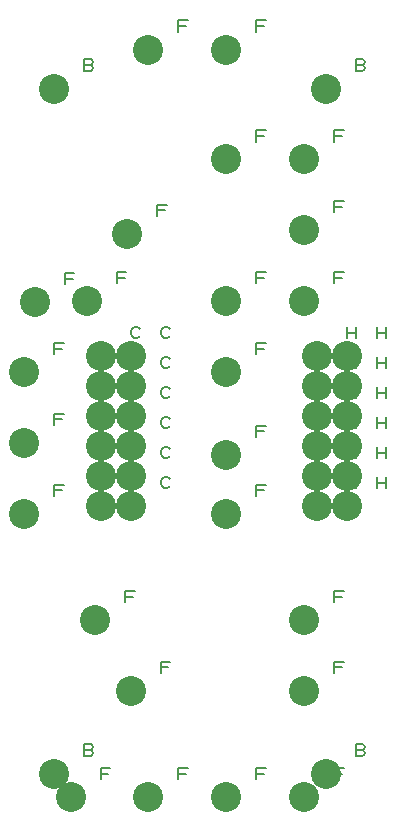
<source format=gbr>
G04 DesignSpark PCB PRO Gerber Version 10.0 Build 5299*
G04 #@! TF.Part,Single*
G04 #@! TF.FileFunction,Drillmap*
G04 #@! TF.FilePolarity,Positive*
%FSLAX35Y35*%
%MOIN*%
%ADD29C,0.00500*%
G04 #@! TA.AperFunction,ViaPad*
%ADD28C,0.10000*%
G04 #@! TD.AperFunction*
X0Y0D02*
D02*
D28*
X18110Y110630D03*
Y134252D03*
Y157874D03*
X21654Y181102D03*
X27953Y24016D03*
Y252362D03*
X33465Y16142D03*
X38976Y181496D03*
X41732Y75197D03*
X43543Y113189D03*
Y123189D03*
Y133189D03*
Y143189D03*
Y153189D03*
Y163189D03*
X52362Y203937D03*
X53543Y51575D03*
Y113189D03*
Y123189D03*
Y133189D03*
Y143189D03*
Y153189D03*
Y163189D03*
X59449Y16142D03*
Y265354D03*
X85433Y16142D03*
Y110630D03*
Y130315D03*
Y157874D03*
Y181496D03*
Y228740D03*
Y265354D03*
X111417Y16142D03*
Y51575D03*
Y75197D03*
Y181496D03*
Y205118D03*
Y228740D03*
X115591Y113189D03*
Y123189D03*
Y133189D03*
Y143189D03*
Y153189D03*
Y163189D03*
X118504Y24016D03*
Y252362D03*
X125591Y113189D03*
Y123189D03*
Y133189D03*
Y143189D03*
Y153189D03*
Y163189D03*
D02*
D29*
X28110Y116567D02*
Y120317D01*
X31235D01*
X30610Y118443D02*
X28110D01*
Y140189D02*
Y143939D01*
X31235D01*
X30610Y142065D02*
X28110D01*
Y163811D02*
Y167561D01*
X31235D01*
X30610Y165687D02*
X28110D01*
X31654Y187040D02*
Y190790D01*
X34779D01*
X34154Y188915D02*
X31654D01*
X40140Y31828D02*
X40765Y31516D01*
X41078Y30891D01*
X40765Y30266D01*
X40140Y29953D01*
X37953D01*
Y33703D01*
X40140D01*
X40765Y33391D01*
X41078Y32766D01*
X40765Y32141D01*
X40140Y31828D01*
X37953D01*
X40140Y260175D02*
X40765Y259862D01*
X41078Y259237D01*
X40765Y258612D01*
X40140Y258300D01*
X37953D01*
Y262050D01*
X40140D01*
X40765Y261737D01*
X41078Y261112D01*
X40765Y260487D01*
X40140Y260175D01*
X37953D01*
X43465Y22079D02*
Y25829D01*
X46590D01*
X45965Y23954D02*
X43465D01*
X48976Y187433D02*
Y191183D01*
X52102D01*
X51476Y189309D02*
X48976D01*
X51732Y81134D02*
Y84884D01*
X54857D01*
X54232Y83009D02*
X51732D01*
X56669Y119752D02*
X56356Y119439D01*
X55731Y119126D01*
X54793D01*
X54169Y119439D01*
X53856Y119752D01*
X53543Y120376D01*
Y121626D01*
X53856Y122252D01*
X54169Y122564D01*
X54793Y122876D01*
X55731D01*
X56356Y122564D01*
X56669Y122252D01*
Y129752D02*
X56356Y129439D01*
X55731Y129126D01*
X54793D01*
X54169Y129439D01*
X53856Y129752D01*
X53543Y130376D01*
Y131626D01*
X53856Y132252D01*
X54169Y132564D01*
X54793Y132876D01*
X55731D01*
X56356Y132564D01*
X56669Y132252D01*
Y139752D02*
X56356Y139439D01*
X55731Y139126D01*
X54793D01*
X54169Y139439D01*
X53856Y139752D01*
X53543Y140376D01*
Y141626D01*
X53856Y142252D01*
X54169Y142564D01*
X54793Y142876D01*
X55731D01*
X56356Y142564D01*
X56669Y142252D01*
Y149752D02*
X56356Y149439D01*
X55731Y149126D01*
X54793D01*
X54169Y149439D01*
X53856Y149752D01*
X53543Y150376D01*
Y151626D01*
X53856Y152252D01*
X54169Y152564D01*
X54793Y152876D01*
X55731D01*
X56356Y152564D01*
X56669Y152252D01*
Y159752D02*
X56356Y159439D01*
X55731Y159126D01*
X54793D01*
X54169Y159439D01*
X53856Y159752D01*
X53543Y160376D01*
Y161626D01*
X53856Y162252D01*
X54169Y162564D01*
X54793Y162876D01*
X55731D01*
X56356Y162564D01*
X56669Y162252D01*
Y169752D02*
X56356Y169439D01*
X55731Y169126D01*
X54793D01*
X54169Y169439D01*
X53856Y169752D01*
X53543Y170376D01*
Y171626D01*
X53856Y172252D01*
X54169Y172564D01*
X54793Y172876D01*
X55731D01*
X56356Y172564D01*
X56669Y172252D01*
X62362Y209874D02*
Y213624D01*
X65487D01*
X64862Y211750D02*
X62362D01*
X63543Y57512D02*
Y61262D01*
X66669D01*
X66043Y59387D02*
X63543D01*
X66669Y119752D02*
X66356Y119439D01*
X65731Y119126D01*
X64793D01*
X64169Y119439D01*
X63856Y119752D01*
X63543Y120376D01*
Y121626D01*
X63856Y122252D01*
X64169Y122564D01*
X64793Y122876D01*
X65731D01*
X66356Y122564D01*
X66669Y122252D01*
Y129752D02*
X66356Y129439D01*
X65731Y129126D01*
X64793D01*
X64169Y129439D01*
X63856Y129752D01*
X63543Y130376D01*
Y131626D01*
X63856Y132252D01*
X64169Y132564D01*
X64793Y132876D01*
X65731D01*
X66356Y132564D01*
X66669Y132252D01*
Y139752D02*
X66356Y139439D01*
X65731Y139126D01*
X64793D01*
X64169Y139439D01*
X63856Y139752D01*
X63543Y140376D01*
Y141626D01*
X63856Y142252D01*
X64169Y142564D01*
X64793Y142876D01*
X65731D01*
X66356Y142564D01*
X66669Y142252D01*
Y149752D02*
X66356Y149439D01*
X65731Y149126D01*
X64793D01*
X64169Y149439D01*
X63856Y149752D01*
X63543Y150376D01*
Y151626D01*
X63856Y152252D01*
X64169Y152564D01*
X64793Y152876D01*
X65731D01*
X66356Y152564D01*
X66669Y152252D01*
Y159752D02*
X66356Y159439D01*
X65731Y159126D01*
X64793D01*
X64169Y159439D01*
X63856Y159752D01*
X63543Y160376D01*
Y161626D01*
X63856Y162252D01*
X64169Y162564D01*
X64793Y162876D01*
X65731D01*
X66356Y162564D01*
X66669Y162252D01*
Y169752D02*
X66356Y169439D01*
X65731Y169126D01*
X64793D01*
X64169Y169439D01*
X63856Y169752D01*
X63543Y170376D01*
Y171626D01*
X63856Y172252D01*
X64169Y172564D01*
X64793Y172876D01*
X65731D01*
X66356Y172564D01*
X66669Y172252D01*
X69449Y22079D02*
Y25829D01*
X72574D01*
X71949Y23954D02*
X69449D01*
Y271292D02*
Y275042D01*
X72574D01*
X71949Y273167D02*
X69449D01*
X95433Y22079D02*
Y25829D01*
X98558D01*
X97933Y23954D02*
X95433D01*
Y116567D02*
Y120317D01*
X98558D01*
X97933Y118443D02*
X95433D01*
Y136252D02*
Y140002D01*
X98558D01*
X97933Y138128D02*
X95433D01*
Y163811D02*
Y167561D01*
X98558D01*
X97933Y165687D02*
X95433D01*
Y187433D02*
Y191183D01*
X98558D01*
X97933Y189309D02*
X95433D01*
Y234678D02*
Y238428D01*
X98558D01*
X97933Y236553D02*
X95433D01*
Y271292D02*
Y275042D01*
X98558D01*
X97933Y273167D02*
X95433D01*
X121417Y22079D02*
Y25829D01*
X124543D01*
X123917Y23954D02*
X121417D01*
Y57512D02*
Y61262D01*
X124543D01*
X123917Y59387D02*
X121417D01*
Y81134D02*
Y84884D01*
X124543D01*
X123917Y83009D02*
X121417D01*
Y187433D02*
Y191183D01*
X124543D01*
X123917Y189309D02*
X121417D01*
Y211056D02*
Y214806D01*
X124543D01*
X123917Y212931D02*
X121417D01*
Y234678D02*
Y238428D01*
X124543D01*
X123917Y236553D02*
X121417D01*
X125591Y119126D02*
Y122876D01*
Y121002D02*
X128716D01*
Y119126D02*
Y122876D01*
X125591Y129126D02*
Y132876D01*
Y131002D02*
X128716D01*
Y129126D02*
Y132876D01*
X125591Y139126D02*
Y142876D01*
Y141002D02*
X128716D01*
Y139126D02*
Y142876D01*
X125591Y149126D02*
Y152876D01*
Y151002D02*
X128716D01*
Y149126D02*
Y152876D01*
X125591Y159126D02*
Y162876D01*
Y161002D02*
X128716D01*
Y159126D02*
Y162876D01*
X125591Y169126D02*
Y172876D01*
Y171002D02*
X128716D01*
Y169126D02*
Y172876D01*
X130691Y31828D02*
X131317Y31516D01*
X131629Y30891D01*
X131317Y30266D01*
X130691Y29953D01*
X128504D01*
Y33703D01*
X130691D01*
X131317Y33391D01*
X131629Y32766D01*
X131317Y32141D01*
X130691Y31828D01*
X128504D01*
X130691Y260175D02*
X131317Y259862D01*
X131629Y259237D01*
X131317Y258612D01*
X130691Y258300D01*
X128504D01*
Y262050D01*
X130691D01*
X131317Y261737D01*
X131629Y261112D01*
X131317Y260487D01*
X130691Y260175D01*
X128504D01*
X135591Y119126D02*
Y122876D01*
Y121002D02*
X138716D01*
Y119126D02*
Y122876D01*
X135591Y129126D02*
Y132876D01*
Y131002D02*
X138716D01*
Y129126D02*
Y132876D01*
X135591Y139126D02*
Y142876D01*
Y141002D02*
X138716D01*
Y139126D02*
Y142876D01*
X135591Y149126D02*
Y152876D01*
Y151002D02*
X138716D01*
Y149126D02*
Y152876D01*
X135591Y159126D02*
Y162876D01*
Y161002D02*
X138716D01*
Y159126D02*
Y162876D01*
X135591Y169126D02*
Y172876D01*
Y171002D02*
X138716D01*
Y169126D02*
Y172876D01*
X0Y0D02*
M02*

</source>
